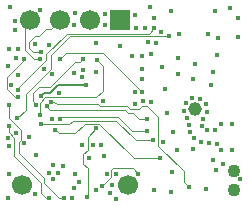
<source format=gbr>
%TF.GenerationSoftware,KiCad,Pcbnew,9.0.6-rc1*%
%TF.CreationDate,2025-12-13T16:16:27+01:00*%
%TF.ProjectId,hardware_V8,68617264-7761-4726-955f-56382e6b6963,rev?*%
%TF.SameCoordinates,Original*%
%TF.FileFunction,Copper,L3,Inr*%
%TF.FilePolarity,Positive*%
%FSLAX46Y46*%
G04 Gerber Fmt 4.6, Leading zero omitted, Abs format (unit mm)*
G04 Created by KiCad (PCBNEW 9.0.6-rc1) date 2025-12-13 16:16:27*
%MOMM*%
%LPD*%
G01*
G04 APERTURE LIST*
%TA.AperFunction,ComponentPad*%
%ADD10C,1.150000*%
%TD*%
%TA.AperFunction,ComponentPad*%
%ADD11C,1.100000*%
%TD*%
%TA.AperFunction,ComponentPad*%
%ADD12R,1.700000X1.700000*%
%TD*%
%TA.AperFunction,ComponentPad*%
%ADD13C,1.700000*%
%TD*%
%TA.AperFunction,ViaPad*%
%ADD14C,0.400000*%
%TD*%
%TA.AperFunction,Conductor*%
%ADD15C,0.120000*%
%TD*%
%TA.AperFunction,Conductor*%
%ADD16C,0.200000*%
%TD*%
G04 APERTURE END LIST*
D10*
%TO.N,Net-(IC4-RF_IN)*%
%TO.C,U3*%
X110200000Y-100600000D03*
%TD*%
D11*
%TO.N,GND*%
%TO.C,TP1*%
X113450000Y-105800000D03*
%TD*%
%TO.N,BAT+*%
%TO.C,TP2*%
X113450000Y-107450000D03*
%TD*%
D12*
%TO.N,GND*%
%TO.C,U4*%
X103810000Y-93000000D03*
D13*
%TO.N,3.3V_AUX*%
X101270000Y-93000000D03*
%TO.N,/OLED_SCL*%
X98730000Y-93000000D03*
%TO.N,/OLED_SDA*%
X96190000Y-93000000D03*
%TO.N,GND*%
X104500000Y-107000000D03*
X95500000Y-107000000D03*
%TD*%
D14*
%TO.N,GND*%
X109650000Y-101900000D03*
X110750000Y-102000000D03*
X109516343Y-101329803D03*
X109207180Y-100719615D03*
X109362568Y-100053458D03*
X109909801Y-99643034D03*
X110592820Y-99680385D03*
X111092035Y-100148034D03*
X111173857Y-100827163D03*
X110800000Y-101400000D03*
X110200000Y-96750000D03*
X111700000Y-97400000D03*
X111550000Y-98550000D03*
X110000000Y-98050000D03*
X108750000Y-97600000D03*
X108700000Y-96250000D03*
X107400000Y-97000000D03*
X107600000Y-98900000D03*
X107750000Y-100900000D03*
X108300000Y-102500000D03*
X109950000Y-103950000D03*
X108600000Y-104050000D03*
X107450000Y-103350000D03*
X106450000Y-100000000D03*
X106450000Y-95900000D03*
X112000000Y-96000000D03*
X112400000Y-104000000D03*
X112000000Y-103550000D03*
X111350000Y-103450000D03*
X110650000Y-103400000D03*
X110100000Y-103050000D03*
X109750000Y-102550000D03*
X112400000Y-101850000D03*
X111850000Y-102350000D03*
X111200000Y-102350000D03*
X112500000Y-105200000D03*
X114000000Y-106500000D03*
X94350000Y-108100000D03*
X111700000Y-104850000D03*
X111950000Y-105750000D03*
X108200000Y-105900000D03*
X101750000Y-94950000D03*
X94400000Y-103700000D03*
X94350000Y-103050000D03*
X95000000Y-102600000D03*
X101207500Y-104700000D03*
X95150000Y-95450000D03*
X94400000Y-95450000D03*
X99780000Y-108120000D03*
X105110000Y-100150000D03*
X105090000Y-99140000D03*
X106570000Y-103210000D03*
X105720000Y-99860000D03*
X105650000Y-98060000D03*
X105660000Y-97200000D03*
X103827500Y-95237500D03*
X105890000Y-93670000D03*
X105070000Y-92610000D03*
X107320000Y-94040000D03*
X106820000Y-94980000D03*
X108775000Y-94250000D03*
X111225000Y-94250000D03*
X112100000Y-94580000D03*
X113820000Y-94450000D03*
X113110000Y-91980000D03*
X111850000Y-92300000D03*
X108150000Y-92300000D03*
X106350000Y-91920000D03*
X94460000Y-91920000D03*
X97060000Y-92200000D03*
X99940000Y-93440000D03*
X99970000Y-92450000D03*
X102500000Y-93420000D03*
X102510000Y-92540000D03*
X98100000Y-106515000D03*
X98560000Y-105950000D03*
X97800000Y-105970000D03*
X103120000Y-107010000D03*
X100620000Y-103630000D03*
X94360000Y-96920000D03*
X95030000Y-96250000D03*
X94880000Y-93900000D03*
X94880000Y-93120000D03*
%TO.N,Net-(IC5-~{CHRG})*%
X94450000Y-106100000D03*
%TO.N,/GPS_TX*%
X105170000Y-93710000D03*
%TO.N,/GPS_RX*%
X106140000Y-94930000D03*
%TO.N,Net-(IC4-RXD)*%
X105630000Y-96070000D03*
%TO.N,Net-(IC4-TXD)*%
X104830000Y-96050000D03*
%TO.N,+3.3V*%
X106710000Y-107400000D03*
%TO.N,/GPIO_SUP*%
X95670000Y-96360000D03*
%TO.N,GND*%
X97390000Y-97140000D03*
%TO.N,vusb*%
X99890000Y-97480000D03*
%TO.N,+3.3V*%
X106700000Y-92900000D03*
%TO.N,Net-(J3-CC1)*%
X96700000Y-104492500D03*
%TO.N,GND*%
X98100000Y-105307500D03*
X99000000Y-105380000D03*
%TO.N,/B_PW*%
X98320000Y-102370000D03*
%TO.N,GND*%
X113327500Y-104037500D03*
X113327500Y-101837500D03*
%TO.N,3.3V_AUX*%
X103440000Y-106040000D03*
%TO.N,+3.3V*%
X102450000Y-104570000D03*
%TO.N,3.3V_AUX*%
X102160000Y-103590000D03*
X101480000Y-103600000D03*
%TO.N,Net-(U2-EN)*%
X105340000Y-106060000D03*
X102270000Y-107090000D03*
%TO.N,/SWCLK*%
X94600000Y-98500000D03*
%TO.N,/SWDIO*%
X95200000Y-97700000D03*
%TO.N,/SPI_CLK*%
X106090000Y-102450000D03*
%TO.N,/SPI_MOSI*%
X106100000Y-101450000D03*
%TO.N,/OLED_SCL*%
X97120000Y-95730000D03*
%TO.N,/OLED_SDA*%
X97050000Y-96310000D03*
%TO.N,3.3V_AUX*%
X96600000Y-95090000D03*
%TO.N,BAT+*%
X103450000Y-108160000D03*
X103000000Y-107680000D03*
%TO.N,+3.3V*%
X100310000Y-106780000D03*
X100030000Y-106050000D03*
X101750000Y-107420000D03*
%TO.N,/GPS_EXTINT*%
X105710000Y-99140000D03*
%TO.N,GND*%
X97117500Y-101870000D03*
X97117500Y-99430000D03*
X102340000Y-99892500D03*
X100960000Y-98510000D03*
%TO.N,+3.3V*%
X100620000Y-97870000D03*
X100680000Y-97290000D03*
%TO.N,/USB_DETECT*%
X100680000Y-96320000D03*
%TO.N,/GPS_EXTINT*%
X98730000Y-96370000D03*
%TO.N,vusb*%
X98010000Y-101430000D03*
%TO.N,Net-(J3-CC2)*%
X97810000Y-95150000D03*
%TO.N,Net-(U1-PH3)*%
X107950000Y-94420000D03*
%TO.N,+3.3V*%
X113825000Y-92900000D03*
%TO.N,/B1*%
X106700000Y-93715000D03*
%TO.N,/B_PW*%
X107220000Y-104720000D03*
%TO.N,GND*%
X108150000Y-107550000D03*
X111100000Y-107350000D03*
%TO.N,/ADC_BAT*%
X109660000Y-107210000D03*
%TO.N,/D+*%
X98630000Y-99170000D03*
%TO.N,/USB_DETECT*%
X96675000Y-100265000D03*
%TO.N,/ADC_BAT*%
X97980000Y-99940000D03*
%TO.N,/SPI_MOSI*%
X97590000Y-100310000D03*
%TO.N,/SPI_MISO*%
X97060000Y-101040000D03*
%TO.N,/SPI_CLK*%
X98745000Y-101415000D03*
%TO.N,/D-*%
X98090000Y-97620000D03*
%TO.N,/SPI_MISO*%
X101830000Y-96450000D03*
%TO.N,/SPI_CS*%
X101740000Y-97390000D03*
%TO.N,/AUX_EN*%
X101815000Y-102175000D03*
X101015000Y-108000000D03*
%TO.N,Net-(IC5-~{CHRG})*%
X99940000Y-107230000D03*
%TO.N,vusb*%
X96600000Y-107790000D03*
%TO.N,Net-(LEDBLUE1-A)*%
X97820000Y-108120000D03*
%TO.N,Net-(LEDGREEN1-A)*%
X99100000Y-108130000D03*
%TO.N,+3.3V*%
X95710000Y-103410000D03*
X96140000Y-102930000D03*
%TO.N,Net-(U1-PH3)*%
X95070000Y-101320000D03*
%TO.N,Net-(LEDBLUE1-A)*%
X94400000Y-102007500D03*
%TO.N,Net-(LEDGREEN1-A)*%
X94400000Y-100207500D03*
%TO.N,/GPIO_SUP*%
X95150000Y-99550000D03*
%TO.N,/B1*%
X95170000Y-98970000D03*
%TO.N,3.3V_AUX*%
X102720000Y-106040000D03*
%TD*%
D15*
%TO.N,Net-(LEDBLUE1-A)*%
X94850000Y-103000000D02*
X94400000Y-102550000D01*
X97100000Y-107700000D02*
X97100000Y-106820000D01*
X97100000Y-106820000D02*
X94850000Y-104570000D01*
X94850000Y-104570000D02*
X94850000Y-103000000D01*
X97520000Y-108120000D02*
X97100000Y-107700000D01*
X94400000Y-102550000D02*
X94400000Y-102007500D01*
X97820000Y-108120000D02*
X97520000Y-108120000D01*
%TO.N,Net-(LEDGREEN1-A)*%
X94400000Y-101330000D02*
X94400000Y-100207500D01*
X95250000Y-103350000D02*
X95450000Y-103150000D01*
X95450000Y-102380000D02*
X94400000Y-101330000D01*
X97390000Y-106840000D02*
X97390000Y-106400000D01*
X95250000Y-104260000D02*
X95250000Y-103350000D01*
X98680000Y-108130000D02*
X97390000Y-106840000D01*
X97390000Y-106400000D02*
X95250000Y-104260000D01*
X95450000Y-103150000D02*
X95450000Y-102380000D01*
X99100000Y-108130000D02*
X98680000Y-108130000D01*
%TO.N,GND*%
X105160000Y-103210000D02*
X106570000Y-103210000D01*
X99850000Y-101550000D02*
X103500000Y-101550000D01*
X99530000Y-101870000D02*
X99850000Y-101550000D01*
X103500000Y-101550000D02*
X105160000Y-103210000D01*
X97117500Y-101870000D02*
X99530000Y-101870000D01*
%TO.N,/SPI_CLK*%
X103600000Y-101250000D02*
X104800000Y-102450000D01*
X104800000Y-102450000D02*
X106090000Y-102450000D01*
X98910000Y-101250000D02*
X103600000Y-101250000D01*
X98745000Y-101415000D02*
X98910000Y-101250000D01*
%TO.N,/SPI_MOSI*%
X97590000Y-100350000D02*
X97590000Y-100310000D01*
X97700000Y-100440000D02*
X97680000Y-100440000D01*
X97910000Y-100650000D02*
X97700000Y-100440000D01*
X97680000Y-100440000D02*
X97590000Y-100350000D01*
X104870000Y-100900000D02*
X104500000Y-100900000D01*
X104250000Y-100650000D02*
X97910000Y-100650000D01*
X105420000Y-101450000D02*
X104870000Y-100900000D01*
X106100000Y-101450000D02*
X105420000Y-101450000D01*
X104500000Y-100900000D02*
X104250000Y-100650000D01*
%TO.N,/ADC_BAT*%
X109650000Y-107210000D02*
X109660000Y-107210000D01*
X109200000Y-106760000D02*
X109650000Y-107210000D01*
X107055000Y-103705000D02*
X109200000Y-105850000D01*
X107055000Y-101245000D02*
X107055000Y-103705000D01*
X106090000Y-100280000D02*
X107055000Y-101245000D01*
X105680000Y-100280000D02*
X106090000Y-100280000D01*
X104650000Y-100580000D02*
X105380000Y-100580000D01*
X105380000Y-100580000D02*
X105680000Y-100280000D01*
X104370000Y-100300000D02*
X104650000Y-100580000D01*
X102090000Y-100300000D02*
X104370000Y-100300000D01*
X109200000Y-105850000D02*
X109200000Y-106760000D01*
X101970000Y-100180000D02*
X102090000Y-100300000D01*
X97980000Y-99940000D02*
X98230000Y-99940000D01*
X98230000Y-99940000D02*
X98470000Y-100180000D01*
X98470000Y-100180000D02*
X101970000Y-100180000D01*
%TO.N,/B_PW*%
X104990000Y-104720000D02*
X107220000Y-104720000D01*
X102070000Y-101800000D02*
X104990000Y-104720000D01*
X100840000Y-101800000D02*
X102070000Y-101800000D01*
X98610000Y-102610000D02*
X100030000Y-102610000D01*
X100030000Y-102610000D02*
X100840000Y-101800000D01*
X98320000Y-102370000D02*
X98370000Y-102370000D01*
X98370000Y-102370000D02*
X98610000Y-102610000D01*
D16*
%TO.N,GND*%
X97347500Y-99200000D02*
X97117500Y-99430000D01*
X97900000Y-99200000D02*
X97347500Y-99200000D01*
X98590000Y-98510000D02*
X97900000Y-99200000D01*
X100960000Y-98510000D02*
X98590000Y-98510000D01*
D15*
%TO.N,/AUX_EN*%
X100700000Y-104410000D02*
X100700000Y-105190000D01*
X101060000Y-105550000D02*
X101060000Y-107955000D01*
X101060000Y-104050000D02*
X100700000Y-104410000D01*
X101060000Y-107955000D02*
X101015000Y-108000000D01*
X101060000Y-102930000D02*
X101060000Y-104050000D01*
X100700000Y-105190000D02*
X101060000Y-105550000D01*
X101815000Y-102175000D02*
X101060000Y-102930000D01*
%TO.N,/SPI_MISO*%
X102340000Y-99020000D02*
X102340000Y-96960000D01*
X101780000Y-99580000D02*
X102340000Y-99020000D01*
X97060000Y-100020000D02*
X97500000Y-99580000D01*
X97060000Y-101040000D02*
X97060000Y-100020000D01*
X97500000Y-99580000D02*
X101780000Y-99580000D01*
X102340000Y-96960000D02*
X101830000Y-96450000D01*
%TO.N,/USB_DETECT*%
X99990000Y-96580000D02*
X100420000Y-96580000D01*
X96910000Y-98700000D02*
X97870000Y-98700000D01*
X96430000Y-99890000D02*
X96430000Y-99180000D01*
X96675000Y-100135000D02*
X96430000Y-99890000D01*
X96430000Y-99180000D02*
X96910000Y-98700000D01*
X96675000Y-100265000D02*
X96675000Y-100135000D01*
X97870000Y-98700000D02*
X99990000Y-96580000D01*
X100420000Y-96580000D02*
X100680000Y-96320000D01*
%TO.N,/GPIO_SUP*%
X94230000Y-97880000D02*
X95670000Y-96440000D01*
X95670000Y-96440000D02*
X95670000Y-96360000D01*
X94230000Y-98830000D02*
X94230000Y-97880000D01*
X94950000Y-99550000D02*
X94230000Y-98830000D01*
X95150000Y-99550000D02*
X94950000Y-99550000D01*
%TO.N,Net-(U1-PH3)*%
X99550000Y-94420000D02*
X107950000Y-94420000D01*
X97970000Y-96000000D02*
X99550000Y-94420000D01*
X97970000Y-97150000D02*
X97970000Y-96000000D01*
X95810000Y-99310000D02*
X97970000Y-97150000D01*
X95810000Y-100620000D02*
X95810000Y-99310000D01*
X95070000Y-101320000D02*
X95110000Y-101320000D01*
X95110000Y-101320000D02*
X95810000Y-100620000D01*
%TO.N,/B1*%
X95170000Y-98785000D02*
X95170000Y-98970000D01*
X97545000Y-96410000D02*
X95170000Y-98785000D01*
X99310000Y-94180000D02*
X97545000Y-95945000D01*
X97545000Y-95945000D02*
X97545000Y-96410000D01*
X106700000Y-93715000D02*
X106700000Y-93730000D01*
X106700000Y-93730000D02*
X106250000Y-94180000D01*
X106250000Y-94180000D02*
X99310000Y-94180000D01*
%TO.N,/GPS_EXTINT*%
X99270000Y-95830000D02*
X102400000Y-95830000D01*
X102400000Y-95830000D02*
X105710000Y-99140000D01*
X98730000Y-96370000D02*
X99270000Y-95830000D01*
%TO.N,/OLED_SDA*%
X95730000Y-93460000D02*
X96190000Y-93000000D01*
X96510000Y-96310000D02*
X95730000Y-95530000D01*
X95730000Y-95530000D02*
X95730000Y-93460000D01*
X97050000Y-96310000D02*
X96510000Y-96310000D01*
%TO.N,/OLED_SCL*%
X96580000Y-94400000D02*
X96940000Y-94400000D01*
X96100000Y-95430000D02*
X96100000Y-94880000D01*
X97550000Y-93790000D02*
X97940000Y-93790000D01*
X96400000Y-95730000D02*
X96100000Y-95430000D01*
X97940000Y-93790000D02*
X98730000Y-93000000D01*
X97120000Y-95730000D02*
X96400000Y-95730000D01*
X96100000Y-94880000D02*
X96580000Y-94400000D01*
X96940000Y-94400000D02*
X97550000Y-93790000D01*
%TO.N,Net-(U2-EN)*%
X104870000Y-105590000D02*
X105340000Y-106060000D01*
X103200000Y-105590000D02*
X104870000Y-105590000D01*
X103080000Y-105710000D02*
X103200000Y-105590000D01*
X103080000Y-106280000D02*
X103080000Y-105710000D01*
X102270000Y-107090000D02*
X103080000Y-106280000D01*
%TD*%
M02*

</source>
